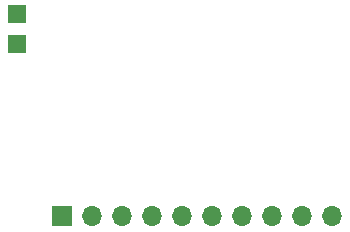
<source format=gbr>
%TF.GenerationSoftware,KiCad,Pcbnew,7.0.7*%
%TF.CreationDate,2025-01-01T11:59:36+10:30*%
%TF.ProjectId,V9261F_Breakout,56393236-3146-45f4-9272-65616b6f7574,rev?*%
%TF.SameCoordinates,Original*%
%TF.FileFunction,Soldermask,Bot*%
%TF.FilePolarity,Negative*%
%FSLAX46Y46*%
G04 Gerber Fmt 4.6, Leading zero omitted, Abs format (unit mm)*
G04 Created by KiCad (PCBNEW 7.0.7) date 2025-01-01 11:59:36*
%MOMM*%
%LPD*%
G01*
G04 APERTURE LIST*
%ADD10R,1.700000X1.700000*%
%ADD11O,1.700000X1.700000*%
%ADD12R,1.500000X1.500000*%
G04 APERTURE END LIST*
D10*
%TO.C,J1*%
X139700000Y-99695000D03*
D11*
X142240000Y-99695000D03*
X144780000Y-99695000D03*
X147320000Y-99695000D03*
X149860000Y-99695000D03*
X152400000Y-99695000D03*
X154940000Y-99695000D03*
X157480000Y-99695000D03*
X160020000Y-99695000D03*
X162560000Y-99695000D03*
%TD*%
D12*
%TO.C,TP2*%
X135890000Y-85090000D03*
%TD*%
%TO.C,TP1*%
X135890000Y-82550000D03*
%TD*%
M02*

</source>
